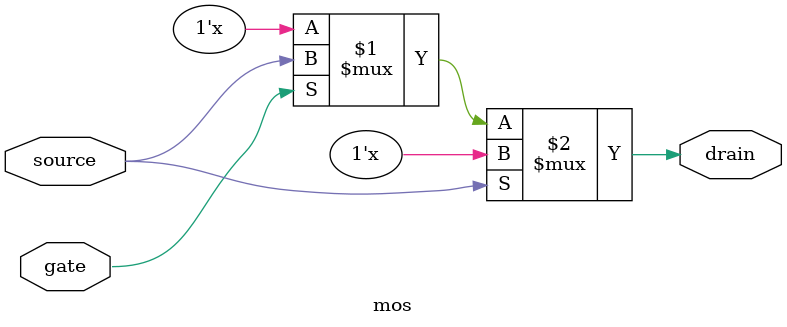
<source format=sv>
module mos # (
    parameter bit mos_type = 0
)
(
    input  wire gate,
    output wire drain,
    input  wire source
    );
    
    generate 
        if (mos_type)
            assign drain = source ? ( gate ? 'z : source ) : 'z;
        else
            assign drain = source ? 'z : ( gate ? source : 'z );        
    endgenerate
    
endmodule

</source>
